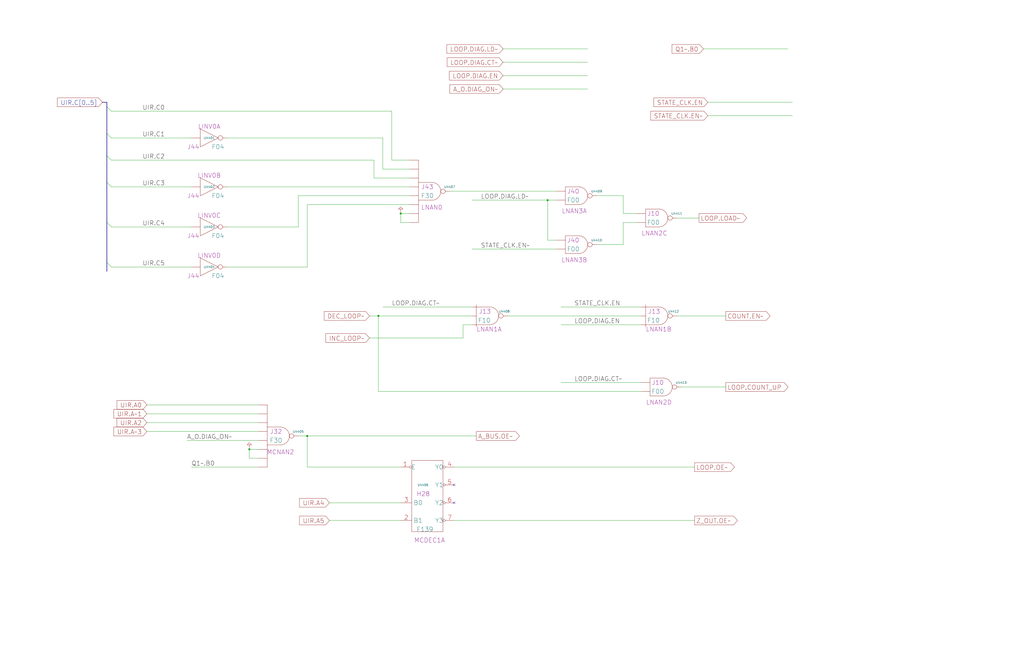
<source format=kicad_sch>
(kicad_sch (version 20250114) (generator "eeschema") (generator_version "9.0")
  (paper "User" 584.2 378.46)
  (title_block (title "LOOP COUNTER CONTROL") (date "15-MAR-90") (rev "1.0") (comment 1 "TYPE") (comment 2 "232-003062") (comment 3 "S400") (comment 4 "RELEASED"))
  (lib_symbols
    (symbol "r1000:F00" (pin_numbers (hide yes)) (pin_names (hide yes))
      (property "Reference" "U" (at 15.24 0 0))
      (property "Value" "F00" (at 1.905 -5.08 0))
      (property "Location" "___" (at 1.905 0 0))
      (property "Name" "______" (at 2.54 -12.7 0))
      (symbol "F00_0_1"
        (polyline (pts (xy -2.54 2.54) (xy -2.54 -7.62)) (stroke (width 0.1524)))
        (polyline (pts (xy -2.54 2.54) (xy 5.08 2.54)) (stroke (width 0.1524)))
        (polyline (pts (xy -2.54 -7.62) (xy 5.08 -7.62)) (stroke (width 0.1524)))
        (arc (start 5.08 2.54) (mid 10.1281 -2.54) (end 5.08 -7.62) (stroke (width 0.1524)))
        (circle (center 11.43 -2.54) (radius 1.27) (stroke (width 0.1524)))
      )
      (symbol "F00_0_2"
        (arc (start -3.175 2.54) (mid -2.134 -2.54) (end -3.175 -7.62) (stroke (width 0.1524)))
        (circle (center -3.81 0) (radius 1.27) (stroke (width 0.1524)))
        (circle (center -3.81 -5.08) (radius 1.27) (stroke (width 0.1524)))
        (polyline (pts (xy -3.175 2.54) (xy 3.81 2.54)) (stroke (width 0.1524)))
        (polyline (pts (xy -3.175 -7.62) (xy 3.81 -7.62)) (stroke (width 0.1524)))
        (arc (start 3.81 2.54) (mid 7.5828 0.7472) (end 10.16 -2.54) (stroke (width 0.1524)))
        (arc (start 10.16 -2.54) (mid 7.5855 -5.8306) (end 3.81 -7.62) (stroke (width 0.1524)))
      )
      (symbol "F00_1_1"
        (pin input line (at -7.62 0 0) (length 5.08) (name "D0") (number "1"))
        (pin input line (at -7.62 -5.08 0) (length 5.08) (name "D1") (number "2"))
        (pin output line (at 15.24 -2.54 180) (length 2.54) (name "Q") (number "3"))
      )
      (symbol "F00_1_2"
        (pin input line (at -7.62 0 0) (length 2.54) (name "D0") (number "1"))
        (pin input line (at -7.62 -5.08 0) (length 2.54) (name "D1") (number "2"))
        (pin output line (at 15.24 -2.54 180) (length 5.08) (name "Q") (number "3"))
      )
    )
    (symbol "r1000:F04" (pin_numbers (hide yes)) (pin_names (hide yes))
      (property "Reference" "U" (at 0 0 0))
      (property "Value" "F04" (at 1.27 -5.08 0))
      (property "Location" "___" (at -12.7 -5.08 0))
      (property "Name" "______" (at 0 5.08 0))
      (symbol "F04_0_1"
        (polyline (pts (xy -7.62 0) (xy -5.08 0)) (stroke (width 0.1524)))
        (polyline (pts (xy -5.08 5.08) (xy -5.08 -5.08)) (stroke (width 0.1524)))
        (polyline (pts (xy 5.08 0) (xy -5.08 5.08)) (stroke (width 0.1524)))
        (polyline (pts (xy 5.08 0) (xy -5.08 -5.08)) (stroke (width 0.1524)))
        (circle (center 6.35 0) (radius 1.27) (stroke (width 0.1524)))
      )
      (symbol "F04_1_1"
        (pin input line (at -10.16 0 0) (length 2.54) (name "D0") (number "1"))
        (pin output line (at 10.16 0 180) (length 2.54) (name "Q") (number "2"))
      )
    )
    (symbol "r1000:F10" (pin_numbers (hide yes)) (pin_names (hide yes))
      (property "Reference" "U" (at 13.335 0 0))
      (property "Value" "F10" (at 5.715 -5.08 0))
      (property "Location" "___" (at -1.27 0 0))
      (property "Name" "______" (at -2.54 -10.16 0))
      (symbol "F10_0_1"
        (polyline (pts (xy -2.54 3.81) (xy -2.54 -8.89)) (stroke (width 0.1524)))
        (polyline (pts (xy -2.54 2.54) (xy 5.08 2.54)) (stroke (width 0.1524)))
        (polyline (pts (xy -2.54 -7.62) (xy 5.08 -7.62)) (stroke (width 0.1524)))
        (arc (start 5.08 2.54) (mid 10.1281 -2.54) (end 5.08 -7.62) (stroke (width 0.1524)))
        (circle (center 11.43 -2.54) (radius 1.27) (stroke (width 0.1524)))
      )
      (symbol "F10_0_2"
        (arc (start -2.54 2.54) (mid -1.8195 -2.54) (end -2.54 -7.62) (stroke (width 0.1524)))
        (polyline (pts (xy -4.445 -2.54) (xy -5.08 -2.54)) (stroke (width 0.1524)))
        (circle (center -3.81 2.54) (radius 1.27) (stroke (width 0.1524)))
        (circle (center -3.81 -7.62) (radius 1.27) (stroke (width 0.1524)))
        (circle (center -3.175 -2.54) (radius 1.27) (stroke (width 0.1524)))
        (polyline (pts (xy -2.54 2.54) (xy 5.08 2.54)) (stroke (width 0.1524)))
        (polyline (pts (xy -2.54 -7.62) (xy 5.08 -7.62)) (stroke (width 0.1524)))
        (arc (start 5.08 2.54) (mid 8.4807 0.6111) (end 10.795 -2.54) (stroke (width 0.1524)))
        (arc (start 10.795 -2.54) (mid 8.4844 -5.6952) (end 5.08 -7.62) (stroke (width 0.1524)))
        (polyline (pts (xy 10.795 -2.54) (xy 12.7 -2.54)) (stroke (width 0.1524)))
      )
      (symbol "F10_1_1"
        (pin input line (at -5.08 2.54 0) (length 2.54) (name "D0") (number "1"))
        (pin input line (at -5.08 -2.54 0) (length 2.54) (name "D1") (number "2"))
        (pin input line (at -5.08 -7.62 0) (length 2.54) (name "D2") (number "3"))
        (pin output line (at 15.24 -2.54 180) (length 2.54) (name "Q") (number "4"))
      )
      (symbol "F10_1_2"
        (pin input line (at -5.08 2.54 0) (length 0) (name "D0") (number "1"))
        (pin input line (at -5.08 -2.54 0) (length 0) (name "D1") (number "2"))
        (pin input line (at -5.08 -7.62 0) (length 0) (name "D2") (number "3"))
        (pin output line (at 15.24 -2.54 180) (length 2.54) (name "Q") (number "4"))
      )
    )
    (symbol "r1000:F139" (pin_names (offset 1.016))
      (property "Reference" "U" (at 2.54 5.08 0))
      (property "Value" "F139" (at -1.27 -20.32 0))
      (property "Location" "___" (at -1.27 0 0))
      (property "Name" "______" (at 6.35 -27.94 0))
      (symbol "F139_1_1"
        (circle (center -4.445 15.24) (radius 0.635))
        (rectangle (start -3.81 19.05) (end 13.97 -21.59))
        (circle (center 14.605 15.24) (radius 0.635))
        (circle (center 14.605 5.08) (radius 0.635))
        (circle (center 14.605 -5.08) (radius 0.635))
        (circle (center 14.605 -15.24) (radius 0.635))
        (pin input line (at -10.16 15.24 0) (length 5.08) (name "E") (number "1"))
        (pin input line (at -10.16 -5.08 0) (length 6.35) (name "B0") (number "3"))
        (pin input line (at -10.16 -15.24 0) (length 6.35) (name "B1") (number "2"))
        (pin output line (at 20.32 15.24 180) (length 5.08) (name "Y0") (number "4"))
        (pin output line (at 20.32 5.08 180) (length 5.08) (name "Y1") (number "5"))
        (pin output line (at 20.32 -5.08 180) (length 5.08) (name "Y2") (number "6"))
        (pin output line (at 20.32 -15.24 180) (length 5.08) (name "Y3") (number "7"))
      )
    )
    (symbol "r1000:F30" (pin_numbers (hide yes)) (pin_names (hide yes))
      (property "Reference" "U" (at 15.24 2.54 0))
      (property "Value" "F30" (at 2.54 -2.54 0))
      (property "Location" "___" (at 2.54 2.54 0))
      (property "Name" "______" (at 5.08 -10.62 0))
      (symbol "F30_0_0"
        (polyline (pts (xy -2.54 5.08) (xy 5.08 5.08)) (stroke (width 0.1524)))
        (polyline (pts (xy -2.54 -5.08) (xy 5.08 -5.08)) (stroke (width 0.1524)))
        (arc (start 5.08 5.08) (mid 8.6721 3.5921) (end 10.16 0) (stroke (width 0.1524)))
        (arc (start 10.16 0) (mid 8.6721 -3.5921) (end 5.08 -5.08) (stroke (width 0.1524)))
        (circle (center 11.43 0) (radius 1.27) (stroke (width 0.1524)))
      )
      (symbol "F30_0_1"
        (polyline (pts (xy -2.54 17.78) (xy -2.54 17.145)) (stroke (width 0.1524)))
        (polyline (pts (xy -2.54 17.145) (xy -2.54 7.62)) (stroke (width 0.1524)))
        (polyline (pts (xy -2.54 7.62) (xy -2.54 5.08)) (stroke (width 0.1524)))
        (polyline (pts (xy -2.54 5.08) (xy -2.54 -5.08)) (stroke (width 0.1524)))
        (polyline (pts (xy -2.54 -5.08) (xy -2.54 -7.62)) (stroke (width 0.1524)))
        (polyline (pts (xy -2.54 -7.62) (xy -2.54 -17.78)) (stroke (width 0.1524)))
      )
      (symbol "F30_1_1"
        (pin input line (at -7.62 17.78 0) (length 5.08) (name "D0") (number "11"))
        (pin input line (at -7.62 12.7 0) (length 5.08) (name "D1") (number "12"))
        (pin input line (at -7.62 7.62 0) (length 5.08) (name "D2") (number "1"))
        (pin input line (at -7.62 2.54 0) (length 5.08) (name "D3") (number "2"))
        (pin input line (at -7.62 -2.54 0) (length 5.08) (name "D4") (number "3"))
        (pin input line (at -7.62 -7.62 0) (length 5.08) (name "D5") (number "4"))
        (pin input line (at -7.62 -12.7 0) (length 5.08) (name "D6") (number "5"))
        (pin input line (at -7.62 -17.78 0) (length 5.08) (name "D7") (number "6"))
        (pin output line (at 15.24 0 180) (length 2.54) (name "Q") (number "8"))
      )
    )
    (symbol "r1000:PU" (power) (pin_numbers (hide yes)) (pin_names (hide yes))
      (symbol "PU_0_1"
        (polyline (pts (xy 0 2.54) (xy -1.27 2.54) (xy 0 3.81) (xy 1.27 2.54) (xy 0 2.54)) (stroke (width 0.1524)))
      )
      (symbol "PU_1_1"
        (pin power_in line (at 0 0 90) (length 2.54) (name "PU") (number "1"))
      )
    )
  )
  (junction (at 228.6 121.92))
  (junction (at 142.24 256.54))
  (junction (at 215.9 180.34))
  (junction (at 175.26 248.92))
  (junction (at 312.42 114.3))
  (no_connect (at 259.08 276.86))
  (no_connect (at 259.08 287.02))
  (bus_entry (at 60.96 104.14) (size 2.54 2.54))
  (bus_entry (at 60.96 60.96) (size 2.54 2.54))
  (bus_entry (at 60.96 127) (size 2.54 2.54))
  (bus_entry (at 60.96 88.9) (size 2.54 2.54))
  (bus_entry (at 60.96 149.86) (size 2.54 2.54))
  (bus_entry (at 60.96 76.2) (size 2.54 2.54))
  (wire (pts (xy 355.6 139.7) (xy 340.36 139.7)))
  (bus (pts (xy 60.96 104.14) (xy 60.96 127)))
  (wire (pts (xy 218.44 175.26) (xy 269.24 175.26)))
  (wire (pts (xy 269.24 142.24) (xy 317.5 142.24)))
  (wire (pts (xy 175.26 248.92) (xy 271.78 248.92)))
  (wire (pts (xy 218.44 96.52) (xy 233.68 96.52)))
  (wire (pts (xy 213.36 91.44) (xy 63.5 91.44)))
  (wire (pts (xy 320.04 218.44) (xy 365.76 218.44)))
  (wire (pts (xy 218.44 78.74) (xy 218.44 96.52)))
  (wire (pts (xy 355.6 111.76) (xy 355.6 121.92)))
  (wire (pts (xy 388.62 220.98) (xy 414.02 220.98)))
  (wire (pts (xy 340.36 111.76) (xy 355.6 111.76)))
  (wire (pts (xy 320.04 185.42) (xy 365.76 185.42)))
  (wire (pts (xy 386.08 180.34) (xy 414.02 180.34)))
  (bus (pts (xy 60.96 76.2) (xy 60.96 88.9)))
  (wire (pts (xy 233.68 101.6) (xy 213.36 101.6)))
  (wire (pts (xy 142.24 261.62) (xy 142.24 256.54)))
  (wire (pts (xy 129.54 78.74) (xy 218.44 78.74)))
  (wire (pts (xy 264.16 193.04) (xy 210.82 193.04)))
  (wire (pts (xy 289.56 180.34) (xy 365.76 180.34)))
  (wire (pts (xy 63.5 63.5) (xy 223.52 63.5)))
  (wire (pts (xy 363.22 127) (xy 355.6 127)))
  (bus (pts (xy 60.96 58.42) (xy 60.96 60.96)))
  (wire (pts (xy 403.86 66.04) (xy 452.12 66.04)))
  (wire (pts (xy 223.52 63.5) (xy 223.52 91.44)))
  (wire (pts (xy 233.68 111.76) (xy 170.18 111.76)))
  (wire (pts (xy 213.36 101.6) (xy 213.36 91.44)))
  (wire (pts (xy 228.6 127) (xy 228.6 121.92)))
  (wire (pts (xy 83.82 231.14) (xy 147.32 231.14)))
  (wire (pts (xy 142.24 256.54) (xy 147.32 256.54)))
  (wire (pts (xy 312.42 114.3) (xy 312.42 137.16)))
  (wire (pts (xy 403.86 58.42) (xy 452.12 58.42)))
  (wire (pts (xy 287.02 43.18) (xy 335.28 43.18)))
  (wire (pts (xy 175.26 266.7) (xy 175.26 248.92)))
  (wire (pts (xy 129.54 152.4) (xy 175.26 152.4)))
  (wire (pts (xy 269.24 114.3) (xy 312.42 114.3)))
  (wire (pts (xy 187.96 287.02) (xy 228.6 287.02)))
  (bus (pts (xy 60.96 149.86) (xy 60.96 154.94)))
  (wire (pts (xy 175.26 152.4) (xy 175.26 116.84)))
  (wire (pts (xy 106.68 251.46) (xy 147.32 251.46)))
  (wire (pts (xy 401.32 27.94) (xy 449.58 27.94)))
  (wire (pts (xy 259.08 266.7) (xy 396.24 266.7)))
  (wire (pts (xy 63.5 78.74) (xy 109.22 78.74)))
  (wire (pts (xy 355.6 121.92) (xy 363.22 121.92)))
  (wire (pts (xy 355.6 127) (xy 355.6 139.7)))
  (wire (pts (xy 83.82 236.22) (xy 147.32 236.22)))
  (wire (pts (xy 269.24 185.42) (xy 264.16 185.42)))
  (wire (pts (xy 83.82 241.3) (xy 147.32 241.3)))
  (wire (pts (xy 228.6 121.92) (xy 233.68 121.92)))
  (wire (pts (xy 63.5 129.54) (xy 109.22 129.54)))
  (wire (pts (xy 264.16 185.42) (xy 264.16 193.04)))
  (wire (pts (xy 170.18 111.76) (xy 170.18 129.54)))
  (wire (pts (xy 287.02 27.94) (xy 335.28 27.94)))
  (wire (pts (xy 170.18 248.92) (xy 175.26 248.92)))
  (wire (pts (xy 63.5 106.68) (xy 109.22 106.68)))
  (wire (pts (xy 223.52 91.44) (xy 233.68 91.44)))
  (wire (pts (xy 109.22 266.7) (xy 147.32 266.7)))
  (wire (pts (xy 287.02 50.8) (xy 335.28 50.8)))
  (wire (pts (xy 228.6 266.7) (xy 175.26 266.7)))
  (bus (pts (xy 60.96 60.96) (xy 60.96 76.2)))
  (wire (pts (xy 233.68 127) (xy 228.6 127)))
  (wire (pts (xy 312.42 114.3) (xy 317.5 114.3)))
  (wire (pts (xy 317.5 137.16) (xy 312.42 137.16)))
  (bus (pts (xy 60.96 127) (xy 60.96 149.86)))
  (wire (pts (xy 320.04 175.26) (xy 365.76 175.26)))
  (wire (pts (xy 256.54 109.22) (xy 317.5 109.22)))
  (wire (pts (xy 129.54 106.68) (xy 233.68 106.68)))
  (bus (pts (xy 58.42 58.42) (xy 60.96 58.42)))
  (wire (pts (xy 365.76 223.52) (xy 215.9 223.52)))
  (wire (pts (xy 215.9 223.52) (xy 215.9 180.34)))
  (wire (pts (xy 386.08 124.46) (xy 398.78 124.46)))
  (wire (pts (xy 187.96 297.18) (xy 228.6 297.18)))
  (bus (pts (xy 60.96 88.9) (xy 60.96 104.14)))
  (wire (pts (xy 175.26 116.84) (xy 233.68 116.84)))
  (wire (pts (xy 170.18 129.54) (xy 129.54 129.54)))
  (wire (pts (xy 63.5 152.4) (xy 109.22 152.4)))
  (wire (pts (xy 210.82 180.34) (xy 215.9 180.34)))
  (wire (pts (xy 147.32 261.62) (xy 142.24 261.62)))
  (wire (pts (xy 83.82 246.38) (xy 147.32 246.38)))
  (wire (pts (xy 259.08 297.18) (xy 396.24 297.18)))
  (wire (pts (xy 287.02 35.56) (xy 335.28 35.56)))
  (wire (pts (xy 215.9 180.34) (xy 269.24 180.34)))
  (label "LOOP.DIAG.LD~" (at 274.32 114.3 0) (effects (font (size 2.54 2.54))))
  (label "Q1~.B0" (at 109.22 266.7 0) (effects (font (size 2.54 2.54))))
  (label "STATE_CLK.EN" (at 327.66 175.26 0) (effects (font (size 2.54 2.54))))
  (label "UIR.C5" (at 81.28 152.4 0) (effects (font (size 2.54 2.54))))
  (label "UIR.C1" (at 81.28 78.74 0) (effects (font (size 2.54 2.54))))
  (label "STATE_CLK.EN~" (at 274.32 142.24 0) (effects (font (size 2.54 2.54))))
  (label "LOOP.DIAG.CT~" (at 223.52 175.26 0) (effects (font (size 2.54 2.54))))
  (label "UIR.C3" (at 81.28 106.68 0) (effects (font (size 2.54 2.54))))
  (label "UIR.C2" (at 81.28 91.44 0) (effects (font (size 2.54 2.54))))
  (label "A_O.DIAG_ON~" (at 106.68 251.46 0) (effects (font (size 2.54 2.54))))
  (label "LOOP.DIAG.EN" (at 327.66 185.42 0) (effects (font (size 2.54 2.54))))
  (label "LOOP.DIAG.CT~" (at 327.66 218.44 0) (effects (font (size 2.54 2.54))))
  (label "UIR.C0" (at 81.28 63.5 0) (effects (font (size 2.54 2.54))))
  (label "UIR.C4" (at 81.28 129.54 0) (effects (font (size 2.54 2.54))))
  (global_label "LOOP.DIAG.CT~" (shape input) (at 287.02 35.56 180) (effects (font (size 2.54 2.54))) (property "Intersheetrefs" "${INTERSHEET_REFS}" (at 255.1007 35.4013 0) (effects (font (size 1.905 1.905)) (justify right))))
  (global_label "STATE_CLK.EN" (shape input) (at 403.86 58.42 180) (effects (font (size 2.54 2.54))) (property "Intersheetrefs" "${INTERSHEET_REFS}" (at 373.0292 58.2613 0) (effects (font (size 1.905 1.905)) (justify right))))
  (global_label "LOOP.DIAG.EN" (shape input) (at 287.02 43.18 180) (effects (font (size 2.54 2.54))) (property "Intersheetrefs" "${INTERSHEET_REFS}" (at 256.4311 43.0213 0) (effects (font (size 1.905 1.905)) (justify right))))
  (global_label "UIR.A~3" (shape input) (at 83.82 246.38 180) (effects (font (size 2.54 2.54))) (property "Intersheetrefs" "${INTERSHEET_REFS}" (at 64.9635 246.2213 0) (effects (font (size 1.905 1.905)) (justify right))))
  (global_label "COUNT.EN~" (shape output) (at 414.02 180.34 0) (effects (font (size 2.54 2.54))) (property "Intersheetrefs" "${INTERSHEET_REFS}" (at 439.287 180.1813 0) (effects (font (size 1.905 1.905)) (justify left))))
  (global_label "Z_OUT.OE~" (shape output) (at 396.24 297.18 0) (effects (font (size 2.54 2.54))) (property "Intersheetrefs" "${INTERSHEET_REFS}" (at 420.6603 297.0213 0) (effects (font (size 1.905 1.905)) (justify left))))
  (global_label "INC_LOOP~" (shape input) (at 210.82 193.04 180) (effects (font (size 2.54 2.54))) (property "Intersheetrefs" "${INTERSHEET_REFS}" (at 185.9159 192.8813 0) (effects (font (size 1.905 1.905)) (justify right))))
  (global_label "UIR.A5" (shape input) (at 187.96 297.18 180) (effects (font (size 2.54 2.54))) (property "Intersheetrefs" "${INTERSHEET_REFS}" (at 170.9178 297.0213 0) (effects (font (size 1.905 1.905)) (justify right))))
  (global_label "UIR.A~1" (shape input) (at 83.82 236.22 180) (effects (font (size 2.54 2.54))) (property "Intersheetrefs" "${INTERSHEET_REFS}" (at 64.9635 236.0613 0) (effects (font (size 1.905 1.905)) (justify right))))
  (global_label "LOOP.COUNT_UP" (shape output) (at 414.02 220.98 0) (effects (font (size 2.54 2.54))) (property "Intersheetrefs" "${INTERSHEET_REFS}" (at 449.5679 220.8213 0) (effects (font (size 1.905 1.905)) (justify left))))
  (global_label "A_BUS.OE~" (shape output) (at 271.78 248.92 0) (effects (font (size 2.54 2.54))) (property "Intersheetrefs" "${INTERSHEET_REFS}" (at 296.3212 248.7613 0) (effects (font (size 1.905 1.905)) (justify left))))
  (global_label "UIR.A2" (shape input) (at 83.82 241.3 180) (effects (font (size 2.54 2.54))) (property "Intersheetrefs" "${INTERSHEET_REFS}" (at 66.7778 241.1413 0) (effects (font (size 1.905 1.905)) (justify right))))
  (global_label "UIR.A4" (shape input) (at 187.96 287.02 180) (effects (font (size 2.54 2.54))) (property "Intersheetrefs" "${INTERSHEET_REFS}" (at 170.9178 286.8613 0) (effects (font (size 1.905 1.905)) (justify right))))
  (global_label "Q1~.B0" (shape input) (at 401.32 27.94 180) (effects (font (size 2.54 2.54))) (property "Intersheetrefs" "${INTERSHEET_REFS}" (at 383.4311 27.7813 0) (effects (font (size 1.905 1.905)) (justify right))))
  (global_label "LOOP.LOAD~" (shape output) (at 398.78 124.46 0) (effects (font (size 2.54 2.54))) (property "Intersheetrefs" "${INTERSHEET_REFS}" (at 425.9822 124.3013 0) (effects (font (size 1.905 1.905)) (justify left))))
  (global_label "STATE_CLK.EN~" (shape input) (at 403.86 66.04 180) (effects (font (size 2.54 2.54))) (property "Intersheetrefs" "${INTERSHEET_REFS}" (at 371.215 65.8813 0) (effects (font (size 1.905 1.905)) (justify right))))
  (global_label "A_O.DIAG_ON~" (shape input) (at 287.02 50.8 180) (effects (font (size 2.54 2.54))) (property "Intersheetrefs" "${INTERSHEET_REFS}" (at 256.673 50.6413 0) (effects (font (size 1.905 1.905)) (justify right))))
  (global_label "UIR.A0" (shape input) (at 83.82 231.14 180) (effects (font (size 2.54 2.54))) (property "Intersheetrefs" "${INTERSHEET_REFS}" (at 66.7778 230.9813 0) (effects (font (size 1.905 1.905)) (justify right))))
  (global_label "DEC_LOOP~" (shape input) (at 210.82 180.34 180) (effects (font (size 2.54 2.54))) (property "Intersheetrefs" "${INTERSHEET_REFS}" (at 184.9483 180.1813 0) (effects (font (size 1.905 1.905)) (justify right))))
  (global_label "LOOP.DIAG.LD~" (shape input) (at 287.02 27.94 180) (effects (font (size 2.54 2.54))) (property "Intersheetrefs" "${INTERSHEET_REFS}" (at 254.9797 27.7813 0) (effects (font (size 1.905 1.905)) (justify right))))
  (global_label "LOOP.OE~" (shape output) (at 396.24 266.7 0) (effects (font (size 2.54 2.54))) (property "Intersheetrefs" "${INTERSHEET_REFS}" (at 418.967 266.5413 0) (effects (font (size 1.905 1.905)) (justify left))))
  (global_label "UIR.C[0..5]" (shape input) (at 58.42 58.42 180) (effects (font (size 2.54 2.54))) (property "Intersheetrefs" "${INTERSHEET_REFS}" (at 32.7902 58.2613 0) (effects (font (size 1.905 1.905)) (justify right))))
  (symbol (lib_id "r1000:F30") (at 154.94 248.92 0) (unit 1)
    (property "Reference" "U4405" (at 170.18 246.38 0))
    (property "Value" "F30" (at 157.48 251.46 0) (effects (font (size 2.54 2.54))))
    (property "Location" "J32" (at 157.48 246.38 0) (effects (font (size 2.54 2.54))))
    (property "Name" "MCNAN2" (at 160.02 259.54 0) (effects (font (size 2.54 2.54)) (justify bottom)))
  )
  (symbol (lib_id "r1000:F10") (at 274.32 177.8 0) (unit 1)
    (property "Reference" "U4408" (at 287.655 177.8 0))
    (property "Value" "F10" (at 280.035 182.88 0) (effects (font (size 2.54 2.54)) (justify right)))
    (property "Location" "J13" (at 273.05 177.8 0) (effects (font (size 2.54 2.54)) (justify left)))
    (property "Name" "LNAN1A" (at 271.78 187.96 0) (effects (font (size 2.54 2.54)) (justify left)))
  )
  (symbol (lib_id "r1000:F00") (at 370.84 121.92 0) (unit 1)
    (property "Reference" "U4411" (at 386.08 121.92 0))
    (property "Value" "F00" (at 372.745 127 0) (effects (font (size 2.54 2.54))))
    (property "Location" "J10" (at 372.745 121.92 0) (effects (font (size 2.54 2.54))))
    (property "Name" "LNAN2C" (at 373.38 134.62 0) (effects (font (size 2.54 2.54)) (justify bottom)))
  )
  (symbol (lib_id "r1000:F30") (at 241.3 109.22 0) (unit 1)
    (property "Reference" "U4407" (at 256.54 106.68 0))
    (property "Value" "F30" (at 243.84 111.76 0) (effects (font (size 2.54 2.54))))
    (property "Location" "J43" (at 243.84 106.68 0) (effects (font (size 2.54 2.54))))
    (property "Name" "LNAN0" (at 246.38 119.84 0) (effects (font (size 2.54 2.54)) (justify bottom)))
  )
  (symbol (lib_id "r1000:PU") (at 142.24 256.54 0) (unit 1)
    (property "Reference" "#PWR04401" (effects (hide yes)))
    (property "Value" "PU" (effects (hide yes)))
  )
  (symbol (lib_id "r1000:F00") (at 325.12 109.22 0) (unit 1)
    (property "Reference" "U4409" (at 340.36 109.22 0))
    (property "Value" "F00" (at 327.025 114.3 0) (effects (font (size 2.54 2.54))))
    (property "Location" "J40" (at 327.025 109.22 0) (effects (font (size 2.54 2.54))))
    (property "Name" "LNAN3A" (at 327.66 121.92 0) (effects (font (size 2.54 2.54)) (justify bottom)))
  )
  (symbol (lib_id "r1000:F04") (at 119.38 78.74 0) (unit 1)
    (property "Reference" "U4401" (at 119.38 78.74 0))
    (property "Value" "F04" (at 120.65 83.82 0) (effects (font (size 2.54 2.54)) (justify left)))
    (property "Location" "J44" (at 106.68 83.82 0) (effects (font (size 2.54 2.54)) (justify left)))
    (property "Name" "LINV0A" (at 119.38 73.66 0) (effects (font (size 2.54 2.54)) (justify bottom)))
  )
  (symbol (lib_id "r1000:F04") (at 119.38 129.54 0) (unit 1)
    (property "Reference" "U4403" (at 119.38 129.54 0))
    (property "Value" "F04" (at 120.65 134.62 0) (effects (font (size 2.54 2.54)) (justify left)))
    (property "Location" "J44" (at 106.68 134.62 0) (effects (font (size 2.54 2.54)) (justify left)))
    (property "Name" "LINV0C" (at 119.38 124.46 0) (effects (font (size 2.54 2.54)) (justify bottom)))
  )
  (symbol (lib_id "r1000:PU") (at 228.6 121.92 0) (unit 1)
    (property "Reference" "#PWR04402" (effects (hide yes)))
    (property "Value" "PU" (effects (hide yes)))
  )
  (symbol (lib_id "r1000:F04") (at 119.38 152.4 0) (unit 1)
    (property "Reference" "U4404" (at 119.38 152.4 0))
    (property "Value" "F04" (at 120.65 157.48 0) (effects (font (size 2.54 2.54)) (justify left)))
    (property "Location" "J44" (at 106.68 157.48 0) (effects (font (size 2.54 2.54)) (justify left)))
    (property "Name" "LINV0D" (at 119.38 147.32 0) (effects (font (size 2.54 2.54)) (justify bottom)))
  )
  (symbol (lib_id "r1000:F00") (at 325.12 137.16 0) (unit 1)
    (property "Reference" "U4410" (at 340.36 137.16 0))
    (property "Value" "F00" (at 327.025 142.24 0) (effects (font (size 2.54 2.54))))
    (property "Location" "J40" (at 327.025 137.16 0) (effects (font (size 2.54 2.54))))
    (property "Name" "LNAN3B" (at 327.66 149.86 0) (effects (font (size 2.54 2.54)) (justify bottom)))
  )
  (symbol (lib_id "r1000:F00") (at 373.38 218.44 0) (unit 1)
    (property "Reference" "U4413" (at 388.62 218.44 0))
    (property "Value" "F00" (at 375.285 223.52 0) (effects (font (size 2.54 2.54))))
    (property "Location" "J10" (at 375.285 218.44 0) (effects (font (size 2.54 2.54))))
    (property "Name" "LNAN2D" (at 375.92 231.14 0) (effects (font (size 2.54 2.54)) (justify bottom)))
  )
  (symbol (lib_id "r1000:F10") (at 370.84 177.8 0) (unit 1)
    (property "Reference" "U4412" (at 384.175 177.8 0))
    (property "Value" "F10" (at 376.555 182.88 0) (effects (font (size 2.54 2.54)) (justify right)))
    (property "Location" "J13" (at 369.57 177.8 0) (effects (font (size 2.54 2.54)) (justify left)))
    (property "Name" "LNAN1B" (at 368.3 187.96 0) (effects (font (size 2.54 2.54)) (justify left)))
  )
  (symbol (lib_id "r1000:F139") (at 238.76 281.94 0) (unit 1)
    (property "Reference" "U4406" (at 241.3 276.86 0))
    (property "Value" "F139" (at 237.49 302.26 0) (effects (font (size 2.54 2.54)) (justify left)))
    (property "Location" "H28" (at 237.49 281.94 0) (effects (font (size 2.54 2.54)) (justify left)))
    (property "Name" "MCDEC1A" (at 245.11 309.88 0) (effects (font (size 2.54 2.54)) (justify bottom)))
  )
  (symbol (lib_id "r1000:F04") (at 119.38 106.68 0) (unit 1)
    (property "Reference" "U4402" (at 119.38 106.68 0))
    (property "Value" "F04" (at 120.65 111.76 0) (effects (font (size 2.54 2.54)) (justify left)))
    (property "Location" "J44" (at 106.68 111.76 0) (effects (font (size 2.54 2.54)) (justify left)))
    (property "Name" "LINV0B" (at 119.38 101.6 0) (effects (font (size 2.54 2.54)) (justify bottom)))
  )
)
</source>
